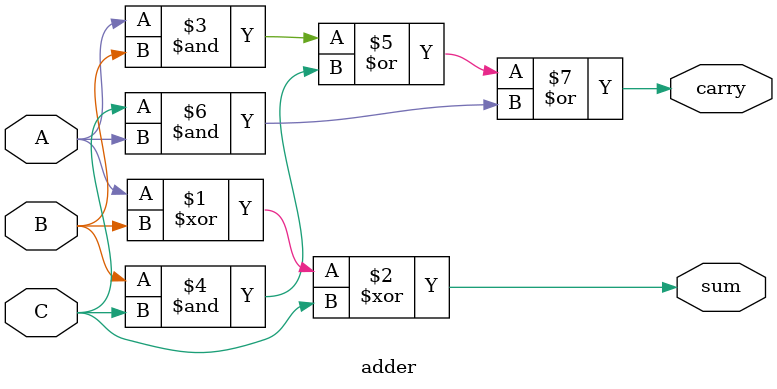
<source format=v>
/* Behavioural Model

inputs outputs
A B C sum carry
0 0 0  0   0
0 0 1  0   1
0 1 0  0   1
0 1 1  1   0
1 0 0  0   1
1 0 1  1   0
1 1 0  1   0
1 1 1  1   1

Hence, 
    Sum = A xor B xor C
    Carry = AB + BC + CA
*/
module adder (
    input A,B,C,
    output sum, carry
);
    assign sum = A ^ B ^ C;             // sum = 1 if 1 time or 3 times ones exist
    assign carry = (A&B)|(B&C)|(C&A);   // carry=1 if 2 time or 3 times ones exist
endmodule
</source>
